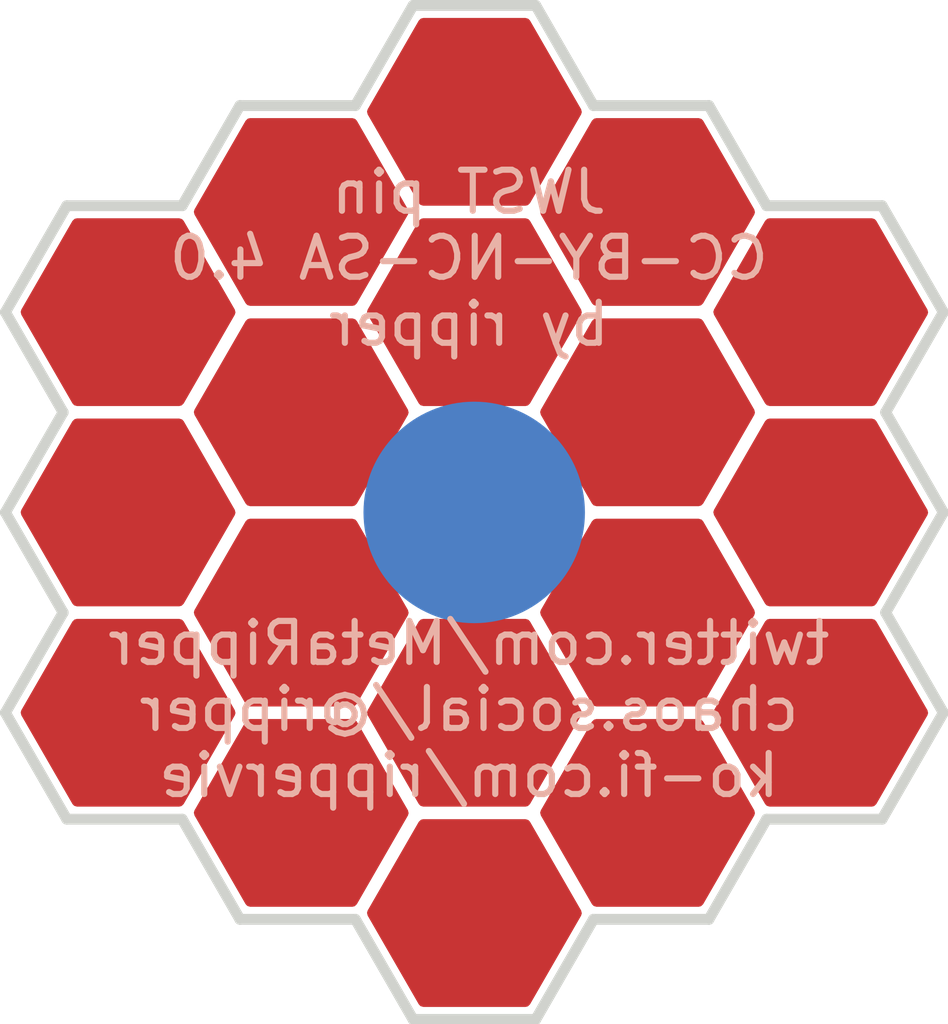
<source format=kicad_pcb>
(kicad_pcb (version 20211014) (generator pcbnew)

  (general
    (thickness 1.6)
  )

  (paper "A4")
  (layers
    (0 "F.Cu" signal)
    (31 "B.Cu" signal)
    (32 "B.Adhes" user "B.Adhesive")
    (33 "F.Adhes" user "F.Adhesive")
    (34 "B.Paste" user)
    (35 "F.Paste" user)
    (36 "B.SilkS" user "B.Silkscreen")
    (37 "F.SilkS" user "F.Silkscreen")
    (38 "B.Mask" user)
    (39 "F.Mask" user)
    (40 "Dwgs.User" user "User.Drawings")
    (41 "Cmts.User" user "User.Comments")
    (42 "Eco1.User" user "User.Eco1")
    (43 "Eco2.User" user "User.Eco2")
    (44 "Edge.Cuts" user)
    (45 "Margin" user)
    (46 "B.CrtYd" user "B.Courtyard")
    (47 "F.CrtYd" user "F.Courtyard")
    (48 "B.Fab" user)
    (49 "F.Fab" user)
    (50 "User.1" user)
    (51 "User.2" user)
    (52 "User.3" user)
    (53 "User.4" user)
    (54 "User.5" user)
    (55 "User.6" user)
    (56 "User.7" user)
    (57 "User.8" user)
    (58 "User.9" user)
  )

  (setup
    (pad_to_mask_clearance 0)
    (pcbplotparams
      (layerselection 0x00010fc_ffffffff)
      (disableapertmacros false)
      (usegerberextensions false)
      (usegerberattributes true)
      (usegerberadvancedattributes true)
      (creategerberjobfile true)
      (svguseinch false)
      (svgprecision 6)
      (excludeedgelayer true)
      (plotframeref false)
      (viasonmask false)
      (mode 1)
      (useauxorigin false)
      (hpglpennumber 1)
      (hpglpenspeed 20)
      (hpglpendiameter 15.000000)
      (dxfpolygonmode true)
      (dxfimperialunits true)
      (dxfusepcbnewfont true)
      (psnegative false)
      (psa4output false)
      (plotreference true)
      (plotvalue true)
      (plotinvisibletext false)
      (sketchpadsonfab false)
      (subtractmaskfromsilk false)
      (outputformat 1)
      (mirror false)
      (drillshape 1)
      (scaleselection 1)
      (outputdirectory "")
    )
  )

  (net 0 "")

  (gr_circle (center 183.13 75.2) (end 183.13 73.85) (layer "B.Cu") (width 2.7) (fill none) (tstamp ecdd549f-4696-4aad-8f48-b85d43248dc2))
  (gr_circle (center 183.13 75.2) (end 183.13 73.85) (layer "B.Mask") (width 2.7) (fill none) (tstamp b527b112-0488-4587-81e8-09afa9c82b59))
  (gr_line (start 173.107318 77.642436) (end 173.107318 77.642436) (layer "Edge.Cuts") (width 0.264583) (tstamp 049ea6e3-ba81-49d9-9096-f07ce412246b))
  (gr_line (start 171.7 70.317317) (end 173.107318 72.759028) (layer "Edge.Cuts") (width 0.264583) (tstamp 076a55ff-eac8-465a-b7c3-71f2475b40f3))
  (gr_line (start 193.073634 67.723002) (end 193.073634 67.723002) (layer "Edge.Cuts") (width 0.264583) (tstamp 08e055b4-2da2-402a-af5c-f37feaef145c))
  (gr_line (start 173.195274 67.723017) (end 171.7 70.317317) (layer "Edge.Cuts") (width 0.264583) (tstamp 0e3f2041-7a95-457e-b57c-b8d2f375c1c6))
  (gr_line (start 194.568908 75.200724) (end 194.568908 75.200724) (layer "Edge.Cuts") (width 0.264583) (tstamp 102cb31c-15f2-4327-8dd0-84109038afab))
  (gr_line (start 171.7 70.317317) (end 171.7 70.317317) (layer "Edge.Cuts") (width 0.264583) (tstamp 1077c5e2-fddf-43c9-9ffe-e560d5f1f7c5))
  (gr_line (start 173.195274 82.678447) (end 173.195274 82.678447) (layer "Edge.Cuts") (width 0.264583) (tstamp 118bf786-fb70-4d1e-a2ae-64c0ddcad4af))
  (gr_line (start 193.073634 82.678431) (end 194.568908 80.084132) (layer "Edge.Cuts") (width 0.264583) (tstamp 207ef7ac-ba42-46ab-b1a0-585ea0811b06))
  (gr_line (start 177.417228 85.120143) (end 177.417228 85.120143) (layer "Edge.Cuts") (width 0.264583) (tstamp 2697b6c9-9581-4b27-88ad-9739e3d7b0b2))
  (gr_line (start 193.161594 72.759013) (end 193.161594 72.759013) (layer "Edge.Cuts") (width 0.264583) (tstamp 2928b1a8-c850-4a06-9b7c-50a0fe2b7649))
  (gr_line (start 177.417228 65.281306) (end 176.00991 67.723017) (layer "Edge.Cuts") (width 0.264583) (tstamp 2db0fefa-d644-4023-b540-e63f7ba9f9d7))
  (gr_line (start 193.161594 77.642421) (end 194.568908 75.200724) (layer "Edge.Cuts") (width 0.264583) (tstamp 2f4fc4f6-0c44-473c-aef8-ea128a6abc08))
  (gr_line (start 184.629729 62.839595) (end 184.629729 62.839595) (layer "Edge.Cuts") (width 0.264583) (tstamp 30760619-7b79-4a53-adb4-383aca0ee40f))
  (gr_line (start 193.161594 77.642421) (end 193.161594 77.642421) (layer "Edge.Cuts") (width 0.264583) (tstamp 31ac33e0-f76a-4f08-baf4-3a7fd8cd0a2b))
  (gr_line (start 190.258998 82.678431) (end 193.073634 82.678431) (layer "Edge.Cuts") (width 0.264583) (tstamp 3d0bee4c-25c9-4750-aae3-314eb06a7dc5))
  (gr_line (start 194.568908 70.317317) (end 193.073634 67.723002) (layer "Edge.Cuts") (width 0.264583) (tstamp 3d55cc30-eb92-4d63-8e22-07c0c0f8db65))
  (gr_line (start 188.85168 65.281306) (end 188.85168 65.281306) (layer "Edge.Cuts") (width 0.264583) (tstamp 3d575e39-0010-449e-a97c-a983e52372b6))
  (gr_line (start 190.258998 67.723002) (end 190.258998 67.723002) (layer "Edge.Cuts") (width 0.264583) (tstamp 444d2690-0f43-44bb-a05d-a2ff0df94275))
  (gr_line (start 171.7 75.200724) (end 173.107318 77.642436) (layer "Edge.Cuts") (width 0.264583) (tstamp 46aa19bb-2cc7-4dac-9b02-02700ef5ce01))
  (gr_line (start 177.417228 85.120143) (end 180.23186 85.120143) (layer "Edge.Cuts") (width 0.264583) (tstamp 46adfd3d-3b82-4b28-ac63-f7cbe856aab5))
  (gr_line (start 180.23186 85.120143) (end 181.639178 87.561847) (layer "Edge.Cuts") (width 0.264583) (tstamp 46fd3cc9-3a1b-4db9-a99f-67ab0ff7b2f4))
  (gr_line (start 173.195274 67.723017) (end 173.195274 67.723017) (layer "Edge.Cuts") (width 0.264583) (tstamp 4ceb083c-f8a8-4323-be7c-ce62c5c3e91f))
  (gr_line (start 188.85168 85.120143) (end 188.85168 85.120143) (layer "Edge.Cuts") (width 0.264583) (tstamp 57439ca6-9eb2-40d7-b892-1661bea06c0c))
  (gr_line (start 194.568908 75.200724) (end 193.161594 72.759013) (layer "Edge.Cuts") (width 0.264583) (tstamp 653b0535-049d-4447-b5f3-268555a3b6a2))
  (gr_line (start 176.00991 67.723017) (end 176.00991 67.723017) (layer "Edge.Cuts") (width 0.264583) (tstamp 66127026-6128-4cb9-ba21-19ce1dda2f64))
  (gr_line (start 188.85168 65.281306) (end 186.037048 65.281306) (layer "Edge.Cuts") (width 0.264583) (tstamp 663c6b84-3552-4810-ad83-2175e081ea1a))
  (gr_line (start 171.7 75.200724) (end 171.7 75.200724) (layer "Edge.Cuts") (width 0.264583) (tstamp 66ebd948-c848-4c1c-b34c-fac49a93941d))
  (gr_line (start 186.037048 85.120143) (end 188.85168 85.120143) (layer "Edge.Cuts") (width 0.264583) (tstamp 68c044a7-5920-4f38-83ae-10252cb7c16a))
  (gr_line (start 173.107318 77.642436) (end 171.7 80.084132) (layer "Edge.Cuts") (width 0.264583) (tstamp 6a0cb3e0-336c-4e0e-a3d4-4725f0b20afb))
  (gr_line (start 176.00991 67.723017) (end 173.195274 67.723017) (layer "Edge.Cuts") (width 0.264583) (tstamp 6c131f0f-b204-49f3-a48f-36a3a9bc62ab))
  (gr_line (start 193.073634 82.678431) (end 193.073634 82.678431) (layer "Edge.Cuts") (width 0.264583) (tstamp 6daee7fd-ea05-44ce-858d-a61531270566))
  (gr_line (start 186.037048 65.281306) (end 186.037048 65.281306) (layer "Edge.Cuts") (width 0.264583) (tstamp 6f0dd401-85fd-449f-be9d-b59fcec050ac))
  (gr_line (start 180.23186 65.281306) (end 180.23186 65.281306) (layer "Edge.Cuts") (width 0.264583) (tstamp 73d065ce-5555-4d6f-9b5b-4db442590311))
  (gr_line (start 171.7 80.084132) (end 173.195274 82.678447) (layer "Edge.Cuts") (width 0.264583) (tstamp 73ef3547-8e89-4068-8d3d-ed288baabf11))
  (gr_line (start 171.7 80.084132) (end 171.7 80.084132) (layer "Edge.Cuts") (width 0.264583) (tstamp 7f035d57-f8fe-4be0-8b2f-bb2081819911))
  (gr_line (start 176.00991 82.678447) (end 177.417228 85.120143) (layer "Edge.Cuts") (width 0.264583) (tstamp 8d9f03f9-12fb-4b26-86e2-9e94907ad52d))
  (gr_line (start 181.639178 62.839595) (end 180.23186 65.281306) (layer "Edge.Cuts") (width 0.264583) (tstamp 8e35d91f-ced7-4215-8c45-ae06be4f3c0e))
  (gr_line (start 194.568908 80.084132) (end 193.161594 77.642421) (layer "Edge.Cuts") (width 0.264583) (tstamp 9d411b18-a85e-468f-8e8f-3e3c90790863))
  (gr_line (start 173.195274 82.678447) (end 176.00991 82.678447) (layer "Edge.Cuts") (width 0.264583) (tstamp 9d99828d-b418-4895-ba84-aa5480b8e6a1))
  (gr_line (start 186.037048 65.281306) (end 184.629729 62.839595) (layer "Edge.Cuts") (width 0.264583) (tstamp abc045d2-53ca-449b-997b-d48169ad9e84))
  (gr_line (start 181.639178 62.839595) (end 181.639178 62.839595) (layer "Edge.Cuts") (width 0.264583) (tstamp ac7cac0f-5842-42b5-b14d-c25a0fd7d7c7))
  (gr_line (start 173.107318 72.759028) (end 171.7 75.200724) (layer "Edge.Cuts") (width 0.264583) (tstamp b828a16f-db80-41b6-831b-ecaddf8aeb3e))
  (gr_line (start 186.037048 85.120143) (end 186.037048 85.120143) (layer "Edge.Cuts") (width 0.264583) (tstamp bb83d4fb-17fb-4672-a6cb-d2dad331ff58))
  (gr_line (start 194.568908 80.084132) (end 194.568908 80.084132) (layer "Edge.Cuts") (width 0.264583) (tstamp bc4b6efb-cda1-47ef-967a-d4ba326e9731))
  (gr_line (start 184.629729 87.561847) (end 184.629729 87.561847) (layer "Edge.Cuts") (width 0.264583) (tstamp bda85568-828f-4b1d-bec7-716cb36c7a26))
  (gr_line (start 194.568908 70.317317) (end 194.568908 70.317317) (layer "Edge.Cuts") (width 0.264583) (tstamp c0621b36-25c6-4bfe-8e26-74b1c740de9f))
  (gr_line (start 181.639178 87.561847) (end 181.639178 87.561847) (layer "Edge.Cuts") (width 0.264583) (tstamp c8d97241-94e6-4dd0-bdb0-c6158a0f4d06))
  (gr_line (start 184.629729 62.839595) (end 181.639178 62.839595) (layer "Edge.Cuts") (width 0.264583) (tstamp c9f8a525-bb32-425a-9629-83175fb6b72f))
  (gr_line (start 188.85168 85.120143) (end 190.258998 82.678431) (layer "Edge.Cuts") (width 0.264583) (tstamp cea424d6-2b24-4bc0-b543-7cc5f93c7e39))
  (gr_line (start 180.23186 65.281306) (end 177.417228 65.281306) (layer "Edge.Cuts") (width 0.264583) (tstamp d356dcd3-afa7-4f11-a5ea-c8dc055c0b52))
  (gr_line (start 184.629729 87.561847) (end 186.037048 85.120143) (layer "Edge.Cuts") (width 0.264583) (tstamp d6103e82-fc73-4e99-9e45-8c18449aead5))
  (gr_line (start 181.639178 87.561847) (end 184.629729 87.561847) (layer "Edge.Cuts") (width 0.264583) (tstamp d73e398b-d43e-4b9c-aad3-cec3b2d31cac))
  (gr_line (start 190.258998 82.678431) (end 190.258998 82.678431) (layer "Edge.Cuts") (width 0.264583) (tstamp e4f5dbc8-2b34-4741-b39c-ce09808781a2))
  (gr_line (start 176.00991 82.678447) (end 176.00991 82.678447) (layer "Edge.Cuts") (width 0.264583) (tstamp ee5c3d2d-e95a-44f5-8960-2a798b903665))
  (gr_line (start 173.107318 72.759028) (end 173.107318 72.759028) (layer "Edge.Cuts") (width 0.264583) (tstamp f520e1ce-13fc-44bf-9908-6f2d9fefde69))
  (gr_line (start 193.073634 67.723002) (end 190.258998 67.723002) (layer "Edge.Cuts") (width 0.264583) (tstamp f7419916-b1e0-4635-aa7c-907e159d7778))
  (gr_line (start 177.417228 65.281306) (end 177.417228 65.281306) (layer "Edge.Cuts") (width 0.264583) (tstamp fbd7561f-5e55-4716-af01-9fec6052411a))
  (gr_line (start 190.258998 67.723002) (end 188.85168 65.281306) (layer "Edge.Cuts") (width 0.264583) (tstamp fd23c45a-fa27-48b4-b91d-667f1f3f05b7))
  (gr_line (start 193.161594 72.759013) (end 194.568908 70.317317) (layer "Edge.Cuts") (width 0.264583) (tstamp fdb7bd03-9280-4185-bc39-afec2f0e587f))
  (gr_text "JWST pin\nCC-BY-NC-SA 4.0\nby ripper" (at 183 69) (layer "B.SilkS") (tstamp 1bbbe97e-cf66-497b-9272-734a40b7420c)
    (effects (font (size 1 1) (thickness 0.15)) (justify mirror))
  )
  (gr_text "twitter.com/MetaRipper\nchaos.social/@ripper\nko-fi.com/rippervie" (at 183 80) (layer "B.SilkS") (tstamp 5e07b60f-234d-4be8-a262-cf43e21ada21)
    (effects (font (size 1 1) (thickness 0.15)) (justify mirror))
  )

  (zone (net 0) (net_name "") (layer "F.Cu") (tstamp 071b7df8-5f87-4a89-a4c7-491a7f0205f2) (hatch edge 0.508)
    (connect_pads (clearance 0))
    (min_thickness 0.254) (filled_areas_thickness no)
    (fill yes (thermal_gap 0.508) (thermal_bridge_width 0.508))
    (polygon
      (pts
        (xy 177.329272 80.084132)
        (xy 176.00991 77.795039)
        (xy 173.371188 77.795039)
        (xy 172.05183 80.084132)
        (xy 173.371188 82.373225)
        (xy 176.00991 82.373225)
      )
    )
    (filled_polygon
      (layer "F.Cu")
      (island)
      (pts
        (xy 176.005222 77.815041)
        (xy 176.046267 77.858119)
        (xy 177.293007 80.021212)
        (xy 177.309694 80.09022)
        (xy 177.293007 80.147052)
        (xy 176.046267 82.310145)
        (xy 175.99492 82.359176)
        (xy 175.937101 82.373225)
        (xy 173.443996 82.373225)
        (xy 173.375875 82.353223)
        (xy 173.334832 82.310147)
        (xy 172.088093 80.147049)
        (xy 172.071407 80.078044)
        (xy 172.088093 80.021216)
        (xy 173.334832 77.858117)
        (xy 173.386177 77.809088)
        (xy 173.443996 77.795039)
        (xy 175.937101 77.795039)
      )
    )
  )
  (zone (net 0) (net_name "") (layer "F.Cu") (tstamp 35676bcb-3434-4115-92ec-8c0d57797b78) (hatch edge 0.508)
    (connect_pads (clearance 0))
    (min_thickness 0.254) (filled_areas_thickness no)
    (fill yes (thermal_gap 0.508) (thermal_bridge_width 0.508))
    (polygon
      (pts
        (xy 188.675769 65.586512)
        (xy 186.037048 65.586512)
        (xy 184.717685 67.875605)
        (xy 186.037048 70.164698)
        (xy 188.675769 70.164698)
        (xy 189.995128 67.875605)
      )
    )
    (filled_polygon
      (layer "F.Cu")
      (island)
      (pts
        (xy 188.671081 65.606514)
        (xy 188.712126 65.649592)
        (xy 189.958863 67.812685)
        (xy 189.97555 67.881693)
        (xy 189.958863 67.938525)
        (xy 188.712126 70.101618)
        (xy 188.660779 70.150649)
        (xy 188.60296 70.164698)
        (xy 186.109857 70.164698)
        (xy 186.041736 70.144696)
        (xy 186.000691 70.101618)
        (xy 184.75395 67.938525)
        (xy 184.737263 67.869517)
        (xy 184.75395 67.812685)
        (xy 186.000691 65.649592)
        (xy 186.052038 65.600561)
        (xy 186.109857 65.586512)
        (xy 188.60296 65.586512)
      )
    )
  )
  (zone (net 0) (net_name "") (layer "F.Cu") (tstamp 4aa09ff7-1ea1-42d3-8d56-4dc0a510c5e8) (hatch edge 0.508)
    (connect_pads (clearance 0.1))
    (min_thickness 0.254) (filled_areas_thickness no)
    (fill yes (thermal_gap 0.508) (thermal_bridge_width 0.508))
    (polygon
      (pts
        (xy 181.815097 63.144801)
        (xy 180.495734 65.433894)
        (xy 181.815097 67.723002)
        (xy 184.453815 67.723002)
        (xy 185.773174 65.433894)
        (xy 184.453815 63.144801)
      )
    )
    (filled_polygon
      (layer "F.Cu")
      (island)
      (pts
        (xy 184.449127 63.164803)
        (xy 184.490172 63.207881)
        (xy 185.736909 65.370975)
        (xy 185.753596 65.439983)
        (xy 185.736909 65.496814)
        (xy 184.490173 67.659921)
        (xy 184.438826 67.708952)
        (xy 184.381007 67.723002)
        (xy 181.887905 67.723002)
        (xy 181.819784 67.703)
        (xy 181.778739 67.659921)
        (xy 180.531999 65.496814)
        (xy 180.515312 65.427807)
        (xy 180.531999 65.370975)
        (xy 181.77874 63.207881)
        (xy 181.830087 63.15885)
        (xy 181.887906 63.144801)
        (xy 184.381006 63.144801)
      )
    )
  )
  (zone (net 0) (net_name "") (layer "F.Cu") (tstamp 501e6b4d-4f12-4919-89f7-d91bc3b2fb17) (hatch edge 0.508)
    (connect_pads (clearance 0))
    (min_thickness 0.254) (filled_areas_thickness no)
    (fill yes (thermal_gap 0.508) (thermal_bridge_width 0.508))
    (polygon
      (pts
        (xy 180.23186 84.814936)
        (xy 181.551223 82.525828)
        (xy 180.23186 80.236735)
        (xy 177.593143 80.236735)
        (xy 176.273784 82.525828)
        (xy 177.593143 84.814936)
      )
    )
    (filled_polygon
      (layer "F.Cu")
      (island)
      (pts
        (xy 180.227172 80.256737)
        (xy 180.268217 80.299815)
        (xy 181.514958 82.462909)
        (xy 181.531645 82.531917)
        (xy 181.514958 82.588748)
        (xy 180.268218 84.751855)
        (xy 180.216871 84.800887)
        (xy 180.159052 84.814936)
        (xy 177.665951 84.814936)
        (xy 177.59783 84.794934)
        (xy 177.556785 84.751855)
        (xy 176.310049 82.588748)
        (xy 176.293362 82.51974)
        (xy 176.310049 82.462909)
        (xy 177.556786 80.299815)
        (xy 177.608133 80.250784)
        (xy 177.665952 80.236735)
        (xy 180.159051 80.236735)
      )
    )
  )
  (zone (net 0) (net_name "") (layer "F.Cu") (tstamp 546a833f-1207-4d9d-938f-d7e1c3d2c25b) (hatch edge 0.508)
    (connect_pads (clearance 0))
    (min_thickness 0.254) (filled_areas_thickness no)
    (fill yes (thermal_gap 0.508) (thermal_bridge_width 0.508))
    (polygon
      (pts
        (xy 184.453815 87.256633)
        (xy 185.773174 84.96754)
        (xy 184.453815 82.678447)
        (xy 181.815097 82.678447)
        (xy 180.495734 84.96754)
        (xy 181.815097 87.256633)
      )
    )
    (filled_polygon
      (layer "F.Cu")
      (island)
      (pts
        (xy 184.449127 82.698449)
        (xy 184.490172 82.741527)
        (xy 185.736909 84.90462)
        (xy 185.753596 84.973628)
        (xy 185.736909 85.03046)
        (xy 184.490172 87.193553)
        (xy 184.438825 87.242584)
        (xy 184.381006 87.256633)
        (xy 181.887906 87.256633)
        (xy 181.819785 87.236631)
        (xy 181.77874 87.193553)
        (xy 180.531999 85.03046)
        (xy 180.515312 84.961452)
        (xy 180.531999 84.90462)
        (xy 181.77874 82.741527)
        (xy 181.830087 82.692496)
        (xy 181.887906 82.678447)
        (xy 184.381006 82.678447)
      )
    )
  )
  (zone (net 0) (net_name "") (layer "F.Cu") (tstamp 67dcd653-d7fd-42b9-8ac5-d289a544b4db) (hatch edge 0.508)
    (connect_pads (clearance 0))
    (min_thickness 0.254) (filled_areas_thickness no)
    (fill yes (thermal_gap 0.508) (thermal_bridge_width 0.508))
    (polygon
      (pts
        (xy 190.258998 77.795039)
        (xy 188.939639 80.084132)
        (xy 190.258998 82.373225)
        (xy 192.89772 82.373225)
        (xy 194.217078 80.084132)
        (xy 192.89772 77.795039)
      )
    )
    (filled_polygon
      (layer "F.Cu")
      (island)
      (pts
        (xy 192.893033 77.815041)
        (xy 192.934076 77.858117)
        (xy 194.180815 80.021215)
        (xy 194.197501 80.09022)
        (xy 194.180815 80.147048)
        (xy 192.934076 82.310147)
        (xy 192.882731 82.359176)
        (xy 192.824912 82.373225)
        (xy 190.331807 82.373225)
        (xy 190.263686 82.353223)
        (xy 190.222641 82.310145)
        (xy 188.975904 80.147052)
        (xy 188.959217 80.078044)
        (xy 188.975904 80.021212)
        (xy 190.222641 77.858119)
        (xy 190.273988 77.809088)
        (xy 190.331807 77.795039)
        (xy 192.824912 77.795039)
      )
    )
  )
  (zone (net 0) (net_name "") (layer "F.Cu") (tstamp 73cce85b-f184-4689-93c0-f28c96fab950) (hatch edge 0.508)
    (connect_pads (clearance 0))
    (min_thickness 0.254) (filled_areas_thickness no)
    (fill yes (thermal_gap 0.508) (thermal_bridge_width 0.508))
    (polygon
      (pts
        (xy 173.371188 77.489817)
        (xy 176.00991 77.489817)
        (xy 177.329272 75.200724)
        (xy 176.00991 72.911616)
        (xy 173.371188 72.911616)
        (xy 172.05183 75.200724)
      )
    )
    (filled_polygon
      (layer "F.Cu")
      (island)
      (pts
        (xy 176.005223 72.931618)
        (xy 176.046268 72.974697)
        (xy 177.293007 75.137804)
        (xy 177.309694 75.206811)
        (xy 177.293007 75.263643)
        (xy 176.046267 77.426737)
        (xy 175.99492 77.475768)
        (xy 175.937101 77.489817)
        (xy 173.443996 77.489817)
        (xy 173.375875 77.469815)
        (xy 173.334832 77.426739)
        (xy 172.088093 75.263641)
        (xy 172.071407 75.194636)
        (xy 172.088094 75.137805)
        (xy 173.33483 72.974697)
        (xy 173.386177 72.925666)
        (xy 173.443996 72.911616)
        (xy 175.937102 72.911616)
      )
    )
  )
  (zone (net 0) (net_name "") (layer "F.Cu") (tstamp 9b19d854-1c04-401c-ba51-314bc6afa75b) (hatch edge 0.508)
    (connect_pads (clearance 0.508))
    (min_thickness 0.254) (filled_areas_thickness no)
    (fill yes (thermal_gap 0.508) (thermal_bridge_width 0.508))
    (polygon
      (pts
        (xy 184.453815 82.373225)
        (xy 185.773174 80.084132)
        (xy 184.453815 77.795039)
        (xy 181.815097 77.795039)
        (xy 180.495734 80.084132)
        (xy 181.815097 82.373225)
      )
    )
    (filled_polygon
      (layer "F.Cu")
      (island)
      (pts
        (xy 184.449127 77.815041)
        (xy 184.490172 77.858119)
        (xy 185.736909 80.021212)
        (xy 185.753596 80.09022)
        (xy 185.736909 80.147052)
        (xy 184.490172 82.310145)
        (xy 184.438825 82.359176)
        (xy 184.381006 82.373225)
        (xy 181.887906 82.373225)
        (xy 181.819785 82.353223)
        (xy 181.77874 82.310145)
        (xy 180.531999 80.147052)
        (xy 180.515312 80.078044)
        (xy 180.531999 80.021212)
        (xy 181.77874 77.858119)
        (xy 181.830087 77.809088)
        (xy 181.887906 77.795039)
        (xy 184.381006 77.795039)
      )
    )
  )
  (zone (net 0) (net_name "") (layer "F.Cu") (tstamp abda0c16-b4f3-4855-9a68-15d7b62a5cee) (hatch edge 0.508)
    (connect_pads (clearance 0.508))
    (min_thickness 0.254) (filled_areas_thickness no)
    (fill yes (thermal_gap 0.508) (thermal_bridge_width 0.508))
    (polygon
      (pts
        (xy 184.453815 68.028224)
        (xy 181.815097 68.028224)
        (xy 180.495734 70.317317)
        (xy 181.815097 72.60641)
        (xy 184.453815 72.60641)
        (xy 185.773174 70.317317)
      )
    )
    (filled_polygon
      (layer "F.Cu")
      (island)
      (pts
        (xy 184.449127 68.048226)
        (xy 184.490172 68.091304)
        (xy 185.736909 70.254397)
        (xy 185.753596 70.323405)
        (xy 185.736909 70.380237)
        (xy 184.490172 72.54333)
        (xy 184.438825 72.592361)
        (xy 184.381006 72.60641)
        (xy 181.887906 72.60641)
        (xy 181.819785 72.586408)
        (xy 181.77874 72.54333)
        (xy 180.531999 70.380237)
        (xy 180.515312 70.311229)
        (xy 180.531999 70.254397)
        (xy 181.77874 68.091304)
        (xy 181.830087 68.042273)
        (xy 181.887906 68.028224)
        (xy 184.381006 68.028224)
      )
    )
  )
  (zone (net 0) (net_name "") (layer "F.Cu") (tstamp b0ab3bea-f4d9-41ed-a35d-7f0ee7581ce3) (hatch edge 0.508)
    (connect_pads (clearance 0.508))
    (min_thickness 0.254) (filled_areas_thickness no)
    (fill yes (thermal_gap 0.508) (thermal_bridge_width 0.508))
    (polygon
      (pts
        (xy 186.037048 79.931529)
        (xy 188.675769 79.931529)
        (xy 189.995128 77.642421)
        (xy 188.675769 75.353328)
        (xy 186.037048 75.353328)
        (xy 184.717685 77.642421)
      )
    )
    (filled_polygon
      (layer "F.Cu")
      (island)
      (pts
        (xy 188.671081 75.37333)
        (xy 188.712126 75.416408)
        (xy 189.958863 77.579502)
        (xy 189.97555 77.64851)
        (xy 189.958863 77.705341)
        (xy 188.712127 79.868448)
        (xy 188.66078 79.917479)
        (xy 188.602961 79.931529)
        (xy 186.109856 79.931529)
        (xy 186.041735 79.911527)
        (xy 186.00069 79.868448)
        (xy 184.75395 77.705341)
        (xy 184.737263 77.636334)
        (xy 184.75395 77.579502)
        (xy 186.000691 75.416408)
        (xy 186.052038 75.367377)
        (xy 186.109857 75.353328)
        (xy 188.60296 75.353328)
      )
    )
  )
  (zone (net 0) (net_name "") (layer "F.Cu") (tstamp b388b6c6-f04b-40e9-ac39-8ab042d66e95) (hatch edge 0.508)
    (connect_pads (clearance 0.508))
    (min_thickness 0.254) (filled_areas_thickness no)
    (fill yes (thermal_gap 0.508) (thermal_bridge_width 0.508))
    (polygon
      (pts
        (xy 184.717685 72.759028)
        (xy 186.037048 75.048121)
        (xy 188.675769 75.048121)
        (xy 189.995128 72.759028)
        (xy 188.675769 70.46992)
        (xy 186.037048 70.46992)
      )
    )
    (filled_polygon
      (layer "F.Cu")
      (island)
      (pts
        (xy 188.671082 70.489922)
        (xy 188.712127 70.533001)
        (xy 189.958863 72.696108)
        (xy 189.97555 72.765116)
        (xy 189.958863 72.821947)
        (xy 188.712126 74.985041)
        (xy 188.660779 75.034072)
        (xy 188.60296 75.048121)
        (xy 186.109857 75.048121)
        (xy 186.041736 75.028119)
        (xy 186.000691 74.985041)
        (xy 184.75395 72.821947)
        (xy 184.737263 72.752939)
        (xy 184.75395 72.696108)
        (xy 186.00069 70.533001)
        (xy 186.052037 70.483969)
        (xy 186.109856 70.46992)
        (xy 188.602961 70.46992)
      )
    )
  )
  (zone (net 0) (net_name "") (layer "F.Cu") (tstamp c4a298de-5baf-4eef-a3c6-aae2900f7c6f) (hatch edge 0.508)
    (connect_pads (clearance 0))
    (min_thickness 0.254) (filled_areas_thickness no)
    (fill yes (thermal_gap 0.508) (thermal_bridge_width 0.508))
    (polygon
      (pts
        (xy 192.89772 68.028224)
        (xy 190.258998 68.028224)
        (xy 188.939639 70.317317)
        (xy 190.258998 72.60641)
        (xy 192.89772 72.60641)
        (xy 194.217078 70.317317)
      )
    )
    (filled_polygon
      (layer "F.Cu")
      (island)
      (pts
        (xy 192.893033 68.048226)
        (xy 192.934076 68.091302)
        (xy 194.180815 70.2544)
        (xy 194.197501 70.323405)
        (xy 194.180815 70.380233)
        (xy 192.934076 72.543332)
        (xy 192.882731 72.592361)
        (xy 192.824912 72.60641)
        (xy 190.331807 72.60641)
        (xy 190.263686 72.586408)
        (xy 190.222641 72.54333)
        (xy 188.975904 70.380237)
        (xy 188.959217 70.311229)
        (xy 188.975904 70.254397)
        (xy 190.222641 68.091304)
        (xy 190.273988 68.042273)
        (xy 190.331807 68.028224)
        (xy 192.824912 68.028224)
      )
    )
  )
  (zone (net 0) (net_name "") (layer "F.Cu") (tstamp d96275aa-f4ab-4c82-8e86-f78efffd949d) (hatch edge 0.508)
    (connect_pads (clearance 0.508))
    (min_thickness 0.254) (filled_areas_thickness no)
    (fill yes (thermal_gap 0.508) (thermal_bridge_width 0.508))
    (polygon
      (pts
        (xy 177.593143 79.931529)
        (xy 180.23186 79.931529)
        (xy 181.551223 77.642421)
        (xy 180.23186 75.353328)
        (xy 177.593143 75.353328)
        (xy 176.273784 77.642421)
      )
    )
    (filled_polygon
      (layer "F.Cu")
      (island)
      (pts
        (xy 180.227172 75.37333)
        (xy 180.268217 75.416408)
        (xy 181.514958 77.579502)
        (xy 181.531645 77.64851)
        (xy 181.514958 77.705341)
        (xy 180.268218 79.868448)
        (xy 180.216871 79.91748)
        (xy 180.159052 79.931529)
        (xy 177.665951 79.931529)
        (xy 177.59783 79.911527)
        (xy 177.556785 79.868448)
        (xy 176.310049 77.705341)
        (xy 176.293362 77.636333)
        (xy 176.310049 77.579502)
        (xy 177.556786 75.416408)
        (xy 177.608133 75.367377)
        (xy 177.665952 75.353328)
        (xy 180.159051 75.353328)
      )
    )
  )
  (zone (net 0) (net_name "") (layer "F.Cu") (tstamp d99542c9-1377-4677-8f18-8e2bf9fd8a91) (hatch edge 0.508)
    (connect_pads (clearance 0))
    (min_thickness 0.254) (filled_areas_thickness no)
    (fill yes (thermal_gap 0.508) (thermal_bridge_width 0.508))
    (polygon
      (pts
        (xy 192.89772 77.489817)
        (xy 194.217078 75.200724)
        (xy 192.89772 72.911616)
        (xy 190.258998 72.911616)
        (xy 188.939639 75.200724)
        (xy 190.258998 77.489817)
      )
    )
    (filled_polygon
      (layer "F.Cu")
      (island)
      (pts
        (xy 192.893033 72.931618)
        (xy 192.934078 72.974697)
        (xy 194.180814 75.137805)
        (xy 194.197501 75.206813)
        (xy 194.180815 75.26364)
        (xy 192.934076 77.426739)
        (xy 192.882731 77.475768)
        (xy 192.824912 77.489817)
        (xy 190.331807 77.489817)
        (xy 190.263686 77.469815)
        (xy 190.222641 77.426737)
        (xy 188.975904 75.263643)
        (xy 188.959217 75.194635)
        (xy 188.975904 75.137804)
        (xy 190.22264 72.974697)
        (xy 190.273987 72.925666)
        (xy 190.331806 72.911616)
        (xy 192.824912 72.911616)
      )
    )
  )
  (zone (net 0) (net_name "") (layer "F.Cu") (tstamp e23132b4-9d5b-4048-a4fc-c3463cbd3949) (hatch edge 0.508)
    (connect_pads (clearance 0))
    (min_thickness 0.254) (filled_areas_thickness no)
    (fill yes (thermal_gap 0.508) (thermal_bridge_width 0.508))
    (polygon
      (pts
        (xy 176.00991 72.60641)
        (xy 177.329272 70.317317)
        (xy 176.00991 68.028224)
        (xy 173.371188 68.028224)
        (xy 172.05183 70.317317)
        (xy 173.371188 72.60641)
      )
    )
    (filled_polygon
      (layer "F.Cu")
      (island)
      (pts
        (xy 176.005222 68.048226)
        (xy 176.046267 68.091304)
        (xy 177.293007 70.254397)
        (xy 177.309694 70.323405)
        (xy 177.293007 70.380237)
        (xy 176.046267 72.54333)
        (xy 175.99492 72.592361)
        (xy 175.937101 72.60641)
        (xy 173.443996 72.60641)
        (xy 173.375875 72.586408)
        (xy 173.334832 72.543332)
        (xy 172.088093 70.380234)
        (xy 172.071407 70.311229)
        (xy 172.088093 70.254401)
        (xy 173.334832 68.091302)
        (xy 173.386177 68.042273)
        (xy 173.443996 68.028224)
        (xy 175.937101 68.028224)
      )
    )
  )
  (zone (net 0) (net_name "") (layer "F.Cu") (tstamp f61be379-f2a9-42d0-84d0-2eff0a594dd2) (hatch edge 0.508)
    (connect_pads (clearance 0))
    (min_thickness 0.254) (filled_areas_thickness no)
    (fill yes (thermal_gap 0.508) (thermal_bridge_width 0.508))
    (polygon
      (pts
        (xy 177.593143 70.164698)
        (xy 180.23186 70.164698)
        (xy 181.551223 67.875605)
        (xy 180.23186 65.586512)
        (xy 177.593143 65.586512)
        (xy 176.273784 67.875605)
      )
    )
    (filled_polygon
      (layer "F.Cu")
      (island)
      (pts
        (xy 180.227172 65.606514)
        (xy 180.268217 65.649592)
        (xy 181.514958 67.812685)
        (xy 181.531645 67.881693)
        (xy 181.514958 67.938525)
        (xy 180.268217 70.101618)
        (xy 180.21687 70.150649)
        (xy 180.159051 70.164698)
        (xy 177.665952 70.164698)
        (xy 177.597831 70.144696)
        (xy 177.556786 70.101618)
        (xy 176.310049 67.938525)
        (xy 176.293362 67.869517)
        (xy 176.310049 67.812685)
        (xy 177.556786 65.649592)
        (xy 177.608133 65.600561)
        (xy 177.665952 65.586512)
        (xy 180.159051 65.586512)
      )
    )
  )
  (zone (net 0) (net_name "") (layer "F.Cu") (tstamp f751f419-abad-491c-83ed-7b0cf1c8f198) (hatch edge 0.508)
    (connect_pads (clearance 0))
    (min_thickness 0.254) (filled_areas_thickness no)
    (fill yes (thermal_gap 0.508) (thermal_bridge_width 0.508))
    (polygon
      (pts
        (xy 186.037048 84.814936)
        (xy 188.675769 84.814936)
        (xy 189.995128 82.525843)
        (xy 188.675769 80.236735)
        (xy 186.037048 80.236735)
        (xy 184.717685 82.525843)
      )
    )
    (filled_polygon
      (layer "F.Cu")
      (island)
      (pts
        (xy 188.671082 80.256737)
        (xy 188.712127 80.299816)
        (xy 189.958863 82.462923)
        (xy 189.97555 82.531931)
        (xy 189.958863 82.588762)
        (xy 188.712126 84.751856)
        (xy 188.660779 84.800887)
        (xy 188.60296 84.814936)
        (xy 186.109857 84.814936)
        (xy 186.041736 84.794934)
        (xy 186.000691 84.751856)
        (xy 184.75395 82.588762)
        (xy 184.737263 82.519754)
        (xy 184.75395 82.462923)
        (xy 186.00069 80.299816)
        (xy 186.052037 80.250784)
        (xy 186.109856 80.236735)
        (xy 188.602961 80.236735)
      )
    )
  )
  (zone (net 0) (net_name "") (layer "F.Cu") (tstamp ff3edaa2-768d-4909-9965-f7467a7c1248) (hatch edge 0.508)
    (connect_pads (clearance 0.508))
    (min_thickness 0.254) (filled_areas_thickness no)
    (fill yes (thermal_gap 0.508) (thermal_bridge_width 0.508))
    (polygon
      (pts
        (xy 177.593143 75.048121)
        (xy 180.23186 75.048121)
        (xy 181.551223 72.759013)
        (xy 180.23186 70.46992)
        (xy 177.593143 70.46992)
        (xy 176.273784 72.759013)
      )
    )
    (filled_polygon
      (layer "F.Cu")
      (island)
      (pts
        (xy 180.227172 70.489922)
        (xy 180.268217 70.533)
        (xy 181.514958 72.696094)
        (xy 181.531645 72.765102)
        (xy 181.514958 72.821933)
        (xy 180.268218 74.98504)
        (xy 180.216871 75.034072)
        (xy 180.159052 75.048121)
        (xy 177.665951 75.048121)
        (xy 177.59783 75.028119)
        (xy 177.556785 74.98504)
        (xy 176.310049 72.821933)
        (xy 176.293362 72.752925)
        (xy 176.310049 72.696094)
        (xy 177.556786 70.533)
        (xy 177.608133 70.483969)
        (xy 177.665952 70.46992)
        (xy 180.159051 70.46992)
      )
    )
  )
  (zone (net 0) (net_name "") (layer "F.Mask") (tstamp 537d233e-6f66-40e3-81ea-c0c86e3e0911) (hatch edge 0.508)
    (connect_pads (clearance 0.508))
    (min_thickness 0.254) (filled_areas_thickness no)
    (fill yes (thermal_gap 0.508) (thermal_bridge_width 0.508))
    (polygon
      (pts
        (xy 176.002592 82.694315)
        (xy 173.187956 82.694315)
        (xy 171.692682 80.1)
        (xy 173.1 77.658304)
        (xy 171.692682 75.216592)
        (xy 173.1 72.774896)
        (xy 171.692682 70.333185)
        (xy 173.187956 67.738885)
        (xy 176.002592 67.738885)
        (xy 177.40991 65.297174)
        (xy 180.224542 65.297174)
        (xy 181.63186 62.855463)
        (xy 184.622411 62.855463)
        (xy 186.02973 65.297174)
        (xy 188.844362 65.297174)
        (xy 190.25168 67.73887)
        (xy 193.066316 67.73887)
        (xy 194.56159 70.333185)
        (xy 193.154276 72.774881)
        (xy 194.56159 75.216592)
        (xy 193.154276 77.658289)
        (xy 194.56159 80.1)
        (xy 193.066316 82.694299)
        (xy 190.25168 82.694299)
        (xy 188.844362 85.136011)
        (xy 186.02973 85.136011)
        (xy 184.622411 87.577715)
        (xy 181.63186 87.577715)
        (xy 180.224542 85.136011)
        (xy 177.40991 85.136011)
      )
    )
    (filled_polygon
      (layer "F.Mask")
      (island)
      (pts
        (xy 184.617724 62.875465)
        (xy 184.658769 62.918544)
        (xy 186.020683 65.281477)
        (xy 186.034494 65.294666)
        (xy 186.044816 65.297174)
        (xy 188.771553 65.297174)
        (xy 188.839674 65.317176)
        (xy 188.880719 65.360254)
        (xy 190.242634 67.723175)
        (xy 190.256444 67.736362)
        (xy 190.266766 67.73887)
        (xy 192.993508 67.73887)
        (xy 193.061629 67.758872)
        (xy 193.102674 67.801951)
        (xy 194.524411 70.268679)
        (xy 194.541098 70.337686)
        (xy 194.524411 70.394517)
        (xy 193.164645 72.753719)
        (xy 193.158817 72.777816)
        (xy 193.161776 72.787894)
        (xy 194.524412 75.152087)
        (xy 194.541099 75.221094)
        (xy 194.524412 75.277925)
        (xy 193.164644 77.637129)
        (xy 193.158817 77.661224)
        (xy 193.161776 77.671302)
        (xy 194.524411 80.035494)
        (xy 194.541098 80.104501)
        (xy 194.524411 80.161333)
        (xy 193.109991 82.615351)
        (xy 193.058644 82.664382)
        (xy 193.000825 82.678431)
        (xy 190.277113 82.678431)
        (xy 190.258794 82.68381)
        (xy 190.251463 82.691504)
        (xy 188.888038 85.057062)
        (xy 188.836691 85.106094)
        (xy 188.778872 85.120143)
        (xy 186.055163 85.120143)
        (xy 186.036843 85.125522)
        (xy 186.029514 85.133214)
        (xy 184.666086 87.498767)
        (xy 184.614739 87.547798)
        (xy 184.55692 87.561847)
        (xy 181.711986 87.561847)
        (xy 181.643865 87.541845)
        (xy 181.60282 87.498766)
        (xy 180.240907 85.13584)
        (xy 180.227096 85.122651)
        (xy 180.216774 85.120143)
        (xy 177.490037 85.120143)
        (xy 177.421916 85.100141)
        (xy 177.380871 85.057063)
        (xy 176.018956 82.694142)
        (xy 176.005146 82.680955)
        (xy 175.994824 82.678447)
        (xy 173.268082 82.678447)
        (xy 173.199961 82.658445)
        (xy 173.158916 82.615366)
        (xy 171.737179 80.148638)
        (xy 171.720492 80.079631)
        (xy 171.737179 80.022799)
        (xy 173.09695 77.663596)
        (xy 173.102777 77.639501)
        (xy 173.099818 77.629423)
        (xy 171.737179 75.26523)
        (xy 171.720492 75.196223)
        (xy 171.737179 75.139391)
        (xy 173.09695 72.780188)
        (xy 173.102777 72.756093)
        (xy 173.099818 72.746015)
        (xy 171.737179 70.381823)
        (xy 171.720492 70.312816)
        (xy 171.737179 70.255984)
        (xy 173.151599 67.801965)
        (xy 173.202946 67.752934)
        (xy 173.260765 67.738885)
        (xy 175.984477 67.738885)
        (xy 176.002796 67.733506)
        (xy 176.010127 67.725812)
        (xy 177.373552 65.360255)
        (xy 177.424899 65.311223)
        (xy 177.482718 65.297174)
        (xy 180.206427 65.297174)
        (xy 180.224746 65.291795)
        (xy 180.232077 65.284101)
        (xy 181.595502 62.918544)
        (xy 181.646849 62.869512)
        (xy 181.704668 62.855463)
        (xy 184.549603 62.855463)
      )
    )
  )
)

</source>
